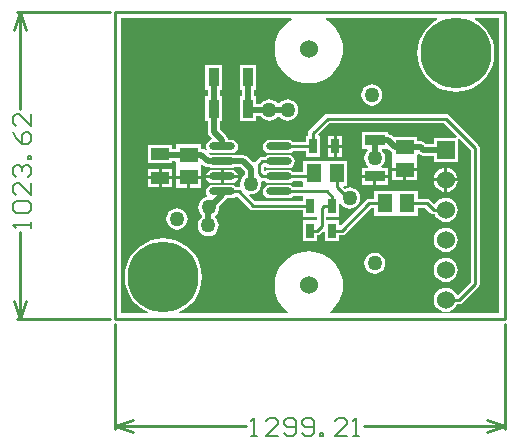
<source format=gbl>
G04*
G04 #@! TF.GenerationSoftware,Altium Limited,CircuitStudio,1.5.2 (1.5.2.30)*
G04*
G04 Layer_Physical_Order=2*
G04 Layer_Color=12500520*
%FSLAX44Y44*%
%MOMM*%
G71*
G01*
G75*
%ADD11C,0.5000*%
%ADD12C,0.2540*%
%ADD13C,0.1524*%
%ADD14C,1.5240*%
%ADD15C,6.0000*%
%ADD16R,1.5240X1.5240*%
%ADD17C,1.2700*%
%ADD18O,2.2000X0.6000*%
%ADD19R,0.7000X1.3000*%
%ADD20R,0.9000X1.6000*%
%ADD21R,1.7020X0.9140*%
%ADD22R,1.6000X1.3000*%
%ADD23R,1.3000X1.6000*%
%ADD24R,1.5240X1.0000*%
G36*
X665000Y265000D02*
X620218D01*
X620147Y266081D01*
X620138Y266208D01*
X620136Y266250D01*
X621039Y266389D01*
X621063Y266392D01*
X621063D01*
X622652Y266602D01*
X625124Y267625D01*
X627246Y269254D01*
X628875Y271376D01*
X629388Y272615D01*
X631500D01*
X632987Y272911D01*
X634247Y273753D01*
X647747Y287253D01*
X648589Y288513D01*
X648885Y290000D01*
Y405000D01*
X648589Y406487D01*
X647747Y407747D01*
X622747Y432747D01*
X621487Y433589D01*
X620000Y433885D01*
X520000D01*
X518513Y433589D01*
X517253Y432747D01*
X504643Y420137D01*
X503801Y418877D01*
X503505Y417390D01*
Y415440D01*
X501350D01*
Y410285D01*
X490727D01*
X490654Y410394D01*
X488822Y411619D01*
X486660Y412048D01*
X470660D01*
X468498Y411619D01*
X466666Y410394D01*
X465441Y408562D01*
X465011Y406400D01*
X465441Y404238D01*
X466666Y402406D01*
X468498Y401181D01*
X470660Y400751D01*
X486660D01*
X488822Y401181D01*
X490654Y402406D01*
X490727Y402515D01*
X501350D01*
Y397360D01*
X513430D01*
Y415440D01*
X512730D01*
X512204Y416710D01*
X521609Y426115D01*
X618391D01*
X629576Y414930D01*
X629050Y413660D01*
X609840D01*
Y408639D01*
X603129D01*
X602393Y409374D01*
X600726Y410488D01*
X598760Y410879D01*
X596010D01*
Y414780D01*
X575487D01*
X575174Y415094D01*
X573507Y416208D01*
X571540Y416599D01*
X571120D01*
Y418570D01*
X549020D01*
Y404350D01*
X553541D01*
X553972Y403080D01*
X553660Y402840D01*
X552235Y400983D01*
X551339Y398821D01*
X551033Y396500D01*
X551339Y394179D01*
X552235Y392017D01*
X553660Y390160D01*
X554650Y389400D01*
X554218Y388130D01*
X549020D01*
Y382290D01*
X560070D01*
X571120D01*
Y388130D01*
X565782D01*
X565350Y389400D01*
X566340Y390160D01*
X567765Y392017D01*
X568661Y394179D01*
X568967Y396500D01*
X568661Y398821D01*
X567765Y400983D01*
X566340Y402840D01*
X566028Y403080D01*
X566459Y404350D01*
X571120D01*
X571120Y404350D01*
Y404350D01*
X572073Y403660D01*
X573626Y402107D01*
X574930Y401235D01*
Y397050D01*
X574930Y396700D01*
Y396240D01*
Y395780D01*
X574930Y395430D01*
Y388010D01*
X585470D01*
X596010D01*
Y395430D01*
X596010Y395780D01*
Y396240D01*
Y396700D01*
X596010Y397050D01*
Y399427D01*
X597280Y399953D01*
X597366Y399866D01*
X599034Y398752D01*
X601000Y398361D01*
X609840D01*
Y393340D01*
X630160D01*
Y412550D01*
X631430Y413076D01*
X641115Y403391D01*
Y291609D01*
X630507Y281001D01*
X629009Y281299D01*
X628875Y281624D01*
X627246Y283746D01*
X625124Y285375D01*
X622652Y286399D01*
X620000Y286748D01*
X617348Y286399D01*
X614876Y285375D01*
X612754Y283746D01*
X611125Y281624D01*
X610102Y279152D01*
X609752Y276500D01*
X610102Y273848D01*
X611125Y271376D01*
X612754Y269254D01*
X614876Y267625D01*
X617348Y266602D01*
X618937Y266392D01*
X618937D01*
X618961Y266389D01*
X619864Y266250D01*
X619862Y266208D01*
X619853Y266081D01*
X619782Y265000D01*
X522643D01*
X522174Y266270D01*
X524625Y268363D01*
X527570Y271811D01*
X529939Y275678D01*
X531675Y279867D01*
X532733Y284277D01*
X533089Y288798D01*
X532733Y293319D01*
X531675Y297728D01*
X529939Y301918D01*
X527570Y305784D01*
X524625Y309232D01*
X521176Y312178D01*
X517310Y314547D01*
X513120Y316282D01*
X508711Y317341D01*
X504190Y317697D01*
X499669Y317341D01*
X495260Y316282D01*
X491070Y314547D01*
X487203Y312178D01*
X483755Y309232D01*
X480810Y305784D01*
X478441Y301918D01*
X476705Y297728D01*
X475647Y293319D01*
X475291Y288798D01*
X475647Y284277D01*
X476705Y279867D01*
X478441Y275678D01*
X480810Y271811D01*
X483755Y268363D01*
X486206Y266270D01*
X485737Y265000D01*
X394663D01*
X394415Y266246D01*
X395818Y266827D01*
X400186Y269503D01*
X404080Y272830D01*
X407407Y276724D01*
X410083Y281091D01*
X412043Y285823D01*
X413239Y290804D01*
X413641Y295910D01*
X413239Y301016D01*
X412043Y305996D01*
X410083Y310728D01*
X407407Y315096D01*
X404080Y318990D01*
X400186Y322317D01*
X395818Y324993D01*
X391087Y326953D01*
X386106Y328149D01*
X381000Y328551D01*
X375894Y328149D01*
X370914Y326953D01*
X366181Y324993D01*
X361814Y322317D01*
X357920Y318990D01*
X354593Y315096D01*
X351917Y310728D01*
X349957Y305996D01*
X348761Y301016D01*
X348359Y295910D01*
X348761Y290804D01*
X349957Y285823D01*
X351917Y281091D01*
X354593Y276724D01*
X357920Y272830D01*
X361814Y269503D01*
X366181Y266827D01*
X367585Y266246D01*
X367337Y265000D01*
X345000D01*
Y515000D01*
X489379D01*
X489737Y513730D01*
X487203Y512178D01*
X483755Y509232D01*
X480810Y505784D01*
X478441Y501918D01*
X476705Y497728D01*
X475647Y493318D01*
X475291Y488798D01*
X475647Y484277D01*
X476705Y479867D01*
X478441Y475678D01*
X480810Y471811D01*
X483755Y468363D01*
X487203Y465418D01*
X491070Y463048D01*
X495260Y461313D01*
X499669Y460254D01*
X504190Y459899D01*
X508711Y460254D01*
X513120Y461313D01*
X517310Y463048D01*
X521176Y465418D01*
X524625Y468363D01*
X527570Y471811D01*
X529939Y475678D01*
X531675Y479867D01*
X532733Y484277D01*
X533089Y488798D01*
X532733Y493318D01*
X531675Y497728D01*
X529939Y501918D01*
X527570Y505784D01*
X524625Y509232D01*
X521176Y512178D01*
X518643Y513730D01*
X519001Y515000D01*
X612379D01*
X612737Y513730D01*
X609464Y511725D01*
X605570Y508398D01*
X602243Y504503D01*
X599567Y500136D01*
X597607Y495404D01*
X596411Y490424D01*
X596009Y485318D01*
X596411Y480211D01*
X597607Y475231D01*
X599567Y470499D01*
X602243Y466132D01*
X605570Y462237D01*
X609464Y458911D01*
X613831Y456235D01*
X618563Y454275D01*
X623544Y453079D01*
X628650Y452677D01*
X633756Y453079D01*
X638736Y454275D01*
X643468Y456235D01*
X647836Y458911D01*
X651730Y462237D01*
X655057Y466132D01*
X657733Y470499D01*
X659693Y475231D01*
X660889Y480211D01*
X661291Y485318D01*
X660889Y490424D01*
X659693Y495404D01*
X657733Y500136D01*
X655057Y504503D01*
X651730Y508398D01*
X647836Y511725D01*
X644563Y513730D01*
X644921Y515000D01*
X665000D01*
Y265000D01*
D02*
G37*
%LPC*%
G36*
X388620Y378460D02*
X379730D01*
Y372190D01*
X388620D01*
Y378460D01*
D02*
G37*
G36*
X377190D02*
X368300D01*
Y372190D01*
X377190D01*
Y378460D01*
D02*
G37*
G36*
X413130Y379120D02*
X403860D01*
Y371350D01*
X413130D01*
Y379120D01*
D02*
G37*
G36*
X558800Y379750D02*
X549020D01*
Y373910D01*
X558800D01*
Y379750D01*
D02*
G37*
G36*
X444056Y379730D02*
X431930D01*
Y375351D01*
X438660D01*
X440822Y375781D01*
X442654Y377006D01*
X443879Y378838D01*
X444056Y379730D01*
D02*
G37*
G36*
X429390D02*
X417264D01*
X417441Y378838D01*
X418666Y377006D01*
X420498Y375781D01*
X422660Y375351D01*
X429390D01*
Y379730D01*
D02*
G37*
G36*
X571120Y379750D02*
X561340D01*
Y373910D01*
X571120D01*
Y379750D01*
D02*
G37*
G36*
X620000Y337548D02*
X617348Y337198D01*
X614876Y336175D01*
X612754Y334546D01*
X611125Y332424D01*
X610102Y329952D01*
X609752Y327300D01*
X610102Y324648D01*
X611125Y322176D01*
X612754Y320054D01*
X614876Y318425D01*
X617348Y317402D01*
X620000Y317052D01*
X622652Y317402D01*
X625124Y318425D01*
X627246Y320054D01*
X628875Y322176D01*
X629898Y324648D01*
X630248Y327300D01*
X629898Y329952D01*
X628875Y332424D01*
X627246Y334546D01*
X625124Y336175D01*
X622652Y337198D01*
X620000Y337548D01*
D02*
G37*
G36*
X560000Y316467D02*
X557679Y316161D01*
X555517Y315265D01*
X553660Y313840D01*
X552235Y311983D01*
X551339Y309821D01*
X551033Y307500D01*
X551339Y305179D01*
X552235Y303017D01*
X553660Y301160D01*
X555517Y299735D01*
X557679Y298839D01*
X560000Y298533D01*
X562321Y298839D01*
X564483Y299735D01*
X566340Y301160D01*
X567765Y303017D01*
X568661Y305179D01*
X568967Y307500D01*
X568661Y309821D01*
X567765Y311983D01*
X566340Y313840D01*
X564483Y315265D01*
X562321Y316161D01*
X560000Y316467D01*
D02*
G37*
G36*
X620000Y312148D02*
X617348Y311798D01*
X614876Y310775D01*
X612754Y309146D01*
X611125Y307024D01*
X610102Y304552D01*
X609752Y301900D01*
X610102Y299248D01*
X611125Y296776D01*
X612754Y294654D01*
X614876Y293025D01*
X617348Y292001D01*
X620000Y291652D01*
X622652Y292001D01*
X625124Y293025D01*
X627246Y294654D01*
X628875Y296776D01*
X629898Y299248D01*
X630248Y301900D01*
X629898Y304552D01*
X628875Y307024D01*
X627246Y309146D01*
X625124Y310775D01*
X622652Y311798D01*
X620000Y312148D01*
D02*
G37*
G36*
X392500Y353967D02*
X390179Y353661D01*
X388017Y352765D01*
X386160Y351340D01*
X384735Y349483D01*
X383839Y347321D01*
X383533Y345000D01*
X383839Y342679D01*
X384735Y340517D01*
X386160Y338660D01*
X388017Y337235D01*
X390179Y336339D01*
X392500Y336033D01*
X394821Y336339D01*
X396983Y337235D01*
X398840Y338660D01*
X400265Y340517D01*
X401161Y342679D01*
X401467Y345000D01*
X401161Y347321D01*
X400265Y349483D01*
X398840Y351340D01*
X396983Y352765D01*
X394821Y353661D01*
X392500Y353967D01*
D02*
G37*
G36*
X401320Y379120D02*
X392050D01*
Y371350D01*
X401320D01*
Y379120D01*
D02*
G37*
G36*
X618730Y376830D02*
X609920D01*
X610102Y375448D01*
X611125Y372976D01*
X612754Y370854D01*
X614876Y369225D01*
X617348Y368201D01*
X618730Y368019D01*
Y376830D01*
D02*
G37*
G36*
X630080D02*
X621270D01*
Y368019D01*
X622652Y368201D01*
X625124Y369225D01*
X627246Y370854D01*
X628875Y372976D01*
X629898Y375448D01*
X630080Y376830D01*
D02*
G37*
G36*
X584200Y385470D02*
X574930D01*
Y377700D01*
X584200D01*
Y385470D01*
D02*
G37*
G36*
X430690Y475360D02*
X416610D01*
Y454280D01*
X418511D01*
Y448690D01*
X416610D01*
Y427610D01*
X418511D01*
Y418850D01*
X418902Y416884D01*
X420016Y415216D01*
X422017Y413216D01*
X421599Y411838D01*
X420498Y411619D01*
X418666Y410394D01*
X417441Y408562D01*
X417011Y406400D01*
X417441Y404238D01*
X417676Y403887D01*
X416744Y403024D01*
X415076Y404138D01*
X413130Y404525D01*
Y408430D01*
X392050D01*
Y404529D01*
X388620D01*
Y407590D01*
X368300D01*
Y392510D01*
X388620D01*
Y394251D01*
X391152D01*
X392050Y393353D01*
Y390700D01*
X392050Y390350D01*
Y389890D01*
Y389430D01*
X392050Y389080D01*
Y381660D01*
X402590D01*
Y380390D01*
D01*
Y381660D01*
X413130D01*
Y389080D01*
X413130Y389430D01*
Y389890D01*
Y390350D01*
Y390443D01*
X414303Y390929D01*
X415166Y390066D01*
X416833Y388952D01*
X418800Y388561D01*
X420379D01*
X420498Y388481D01*
X422660Y388051D01*
X438660D01*
X440822Y388481D01*
X440941Y388561D01*
X446671D01*
X449861Y385372D01*
Y382262D01*
X448660Y381340D01*
X447235Y379483D01*
X446339Y377321D01*
X446033Y375000D01*
X446268Y373217D01*
X445431Y372251D01*
X445189Y372137D01*
X444950Y372185D01*
X442727D01*
X442654Y372294D01*
X440822Y373519D01*
X438660Y373949D01*
X422660D01*
X420498Y373519D01*
X418666Y372294D01*
X417441Y370462D01*
X417011Y368300D01*
X417441Y366138D01*
X418308Y364841D01*
X417775Y363490D01*
X417179Y363411D01*
X415017Y362515D01*
X413160Y361090D01*
X411735Y359233D01*
X410839Y357071D01*
X410533Y354750D01*
X410839Y352429D01*
X411735Y350267D01*
X413160Y348410D01*
X413759Y347950D01*
Y346684D01*
X412660Y345840D01*
X411235Y343983D01*
X410339Y341821D01*
X410033Y339500D01*
X410339Y337179D01*
X411235Y335017D01*
X412660Y333160D01*
X414517Y331735D01*
X416679Y330839D01*
X419000Y330533D01*
X421321Y330839D01*
X423483Y331735D01*
X425340Y333160D01*
X426765Y335017D01*
X427661Y337179D01*
X427967Y339500D01*
X427661Y341821D01*
X426765Y343983D01*
X425340Y345840D01*
X424959Y346133D01*
Y347734D01*
X425840Y348410D01*
X427265Y350267D01*
X428161Y352429D01*
X428467Y354750D01*
X428356Y355589D01*
X434294Y361526D01*
X435045Y362651D01*
X438660D01*
X440822Y363081D01*
X442654Y364306D01*
X443827Y363929D01*
X454253Y353503D01*
X455513Y352661D01*
X457000Y352365D01*
X498960D01*
Y346960D01*
X511040D01*
X511115Y345721D01*
Y345327D01*
X510890Y344150D01*
X498810D01*
Y326070D01*
X510890D01*
Y331225D01*
X511360D01*
X512847Y331521D01*
X514107Y332363D01*
X516540Y334796D01*
X517810Y334270D01*
Y326070D01*
X529890D01*
Y331225D01*
X532110D01*
X533597Y331521D01*
X534857Y332363D01*
X556749Y354255D01*
X559310D01*
Y347600D01*
X577040D01*
X577390Y347600D01*
X577850D01*
X578310D01*
X578660Y347600D01*
X596390D01*
Y354255D01*
X602751D01*
X607053Y349953D01*
X608313Y349111D01*
X609800Y348815D01*
X610612D01*
X611125Y347576D01*
X612754Y345454D01*
X614876Y343825D01*
X617348Y342802D01*
X620000Y342452D01*
X622652Y342802D01*
X625124Y343825D01*
X627246Y345454D01*
X628875Y347576D01*
X629898Y350048D01*
X630248Y352700D01*
X629898Y355352D01*
X628875Y357824D01*
X627246Y359946D01*
X625124Y361575D01*
X622652Y362598D01*
X620000Y362948D01*
X617348Y362598D01*
X614876Y361575D01*
X612754Y359946D01*
X611490Y358299D01*
X609965Y358028D01*
X607107Y360887D01*
X605847Y361729D01*
X604360Y362025D01*
X596390D01*
Y368680D01*
X578660D01*
X578310Y368680D01*
X577850D01*
X577390D01*
X577040Y368680D01*
X559310D01*
Y362025D01*
X555140D01*
X553653Y361729D01*
X552393Y360887D01*
X531160Y339654D01*
X529890Y340180D01*
Y344150D01*
X518885D01*
Y346960D01*
X530040D01*
Y357411D01*
X531310Y357843D01*
X532410Y356410D01*
X534267Y354985D01*
X536429Y354089D01*
X538750Y353783D01*
X541071Y354089D01*
X543233Y354985D01*
X545090Y356410D01*
X546515Y358267D01*
X547411Y360429D01*
X547717Y362750D01*
X547411Y365071D01*
X546515Y367233D01*
X545090Y369090D01*
X543233Y370515D01*
X541071Y371411D01*
X538750Y371717D01*
X536429Y371411D01*
X534593Y370651D01*
X533417Y371827D01*
X533903Y373000D01*
X536700D01*
Y394080D01*
X518620D01*
Y394080D01*
X517700D01*
Y394080D01*
X499620D01*
Y384885D01*
X490727D01*
X490654Y384994D01*
X488822Y386219D01*
X486660Y386648D01*
X470660D01*
X468498Y386219D01*
X467155Y385321D01*
X465885Y385937D01*
Y388763D01*
X467155Y389379D01*
X468498Y388481D01*
X470660Y388051D01*
X486660D01*
X488822Y388481D01*
X490654Y389706D01*
X491879Y391538D01*
X492309Y393700D01*
X491879Y395862D01*
X490654Y397694D01*
X488822Y398919D01*
X486660Y399348D01*
X470660D01*
X468498Y398919D01*
X466666Y397694D01*
X466593Y397585D01*
X464700D01*
X463213Y397289D01*
X461953Y396447D01*
X459253Y393747D01*
X458678Y392886D01*
X457226Y392542D01*
X452434Y397334D01*
X450766Y398448D01*
X448800Y398839D01*
X440941D01*
X440822Y398919D01*
X438660Y399348D01*
X422660D01*
X420791Y398977D01*
X419338Y400430D01*
X420147Y401416D01*
X420498Y401181D01*
X422660Y400751D01*
X438660D01*
X440822Y401181D01*
X442654Y402406D01*
X443879Y404238D01*
X444309Y406400D01*
X443879Y408562D01*
X442654Y410394D01*
X440822Y411619D01*
X438660Y412048D01*
X435757D01*
X435408Y413806D01*
X434294Y415474D01*
X428789Y420979D01*
Y427610D01*
X430690D01*
Y448690D01*
X428789D01*
Y454280D01*
X430690D01*
Y475360D01*
D02*
G37*
G36*
X532430Y405130D02*
X527660D01*
Y397360D01*
X532430D01*
Y405130D01*
D02*
G37*
G36*
X525120D02*
X520350D01*
Y397360D01*
X525120D01*
Y405130D01*
D02*
G37*
G36*
Y415440D02*
X520350D01*
Y407670D01*
X525120D01*
Y415440D01*
D02*
G37*
G36*
X557500Y458967D02*
X555179Y458661D01*
X553017Y457765D01*
X551160Y456340D01*
X549735Y454483D01*
X548839Y452321D01*
X548533Y450000D01*
X548839Y447679D01*
X549735Y445517D01*
X551160Y443660D01*
X553017Y442235D01*
X555179Y441339D01*
X557500Y441033D01*
X559821Y441339D01*
X561983Y442235D01*
X563840Y443660D01*
X565265Y445517D01*
X566161Y447679D01*
X566467Y450000D01*
X566161Y452321D01*
X565265Y454483D01*
X563840Y456340D01*
X561983Y457765D01*
X559821Y458661D01*
X557500Y458967D01*
D02*
G37*
G36*
X459690Y475360D02*
X445610D01*
Y454280D01*
X447511D01*
Y448690D01*
X445610D01*
Y427610D01*
X459690D01*
Y432111D01*
X463488D01*
X464410Y430910D01*
X466267Y429485D01*
X468429Y428589D01*
X470750Y428283D01*
X473071Y428589D01*
X475233Y429485D01*
X477090Y430910D01*
X477835Y431880D01*
X479165D01*
X479910Y430910D01*
X481767Y429485D01*
X483929Y428589D01*
X486250Y428283D01*
X488571Y428589D01*
X490733Y429485D01*
X492590Y430910D01*
X494015Y432767D01*
X494911Y434929D01*
X495217Y437250D01*
X494911Y439571D01*
X494015Y441733D01*
X492590Y443590D01*
X490733Y445015D01*
X488571Y445911D01*
X486250Y446217D01*
X483929Y445911D01*
X481767Y445015D01*
X479910Y443590D01*
X479165Y442620D01*
X477835D01*
X477090Y443590D01*
X475233Y445015D01*
X473071Y445911D01*
X470750Y446217D01*
X468429Y445911D01*
X466267Y445015D01*
X464410Y443590D01*
X463488Y442389D01*
X459690D01*
Y448690D01*
X457789D01*
Y454280D01*
X459690D01*
Y475360D01*
D02*
G37*
G36*
X532430Y415440D02*
X527660D01*
Y407670D01*
X532430D01*
Y415440D01*
D02*
G37*
G36*
X438660Y386648D02*
X431930D01*
Y382270D01*
X444056D01*
X443879Y383162D01*
X442654Y384994D01*
X440822Y386219D01*
X438660Y386648D01*
D02*
G37*
G36*
X621270Y388181D02*
Y379370D01*
X630080D01*
X629898Y380752D01*
X628875Y383224D01*
X627246Y385346D01*
X625124Y386975D01*
X622652Y387999D01*
X621270Y388181D01*
D02*
G37*
G36*
X618730Y388181D02*
X617348Y387999D01*
X614876Y386975D01*
X612754Y385346D01*
X611125Y383224D01*
X610102Y380752D01*
X609920Y379370D01*
X618730D01*
Y388181D01*
D02*
G37*
G36*
X596010Y385470D02*
X586740D01*
Y377700D01*
X596010D01*
Y385470D01*
D02*
G37*
G36*
X429390Y386648D02*
X422660D01*
X420498Y386219D01*
X418666Y384994D01*
X417441Y383162D01*
X417264Y382270D01*
X429390D01*
Y386648D01*
D02*
G37*
G36*
X388620Y387270D02*
X379730D01*
Y381000D01*
X388620D01*
Y387270D01*
D02*
G37*
G36*
X377190D02*
X368300D01*
Y381000D01*
X377190D01*
Y387270D01*
D02*
G37*
%LPD*%
G36*
X499620Y376217D02*
Y373000D01*
X498688Y372185D01*
X490727D01*
X490654Y372294D01*
X488822Y373519D01*
X486660Y373949D01*
X470660D01*
X468498Y373519D01*
X466666Y372294D01*
X465441Y370462D01*
X465011Y368300D01*
X465441Y366138D01*
X466666Y364306D01*
X468498Y363081D01*
X470660Y362651D01*
X486660D01*
X488822Y363081D01*
X490654Y364306D01*
X490727Y364415D01*
X498960D01*
Y360135D01*
X458609D01*
X453838Y364905D01*
X454432Y366108D01*
X455000Y366033D01*
X457321Y366339D01*
X459483Y367235D01*
X461340Y368660D01*
X462765Y370517D01*
X463661Y372679D01*
X463967Y375000D01*
X463811Y376181D01*
X464969Y377115D01*
X466593D01*
X466666Y377006D01*
X468498Y375781D01*
X470660Y375351D01*
X486660D01*
X488822Y375781D01*
X490654Y377006D01*
X490727Y377115D01*
X498722D01*
X499620Y376217D01*
D02*
G37*
D11*
X455000Y375000D02*
Y387500D01*
X448800Y393700D02*
X455000Y387500D01*
X430660Y393700D02*
X448800D01*
X402590Y399390D02*
X413110D01*
X380610D02*
X402590D01*
X413110D02*
X418800Y393700D01*
X430660D01*
X601000Y403500D02*
X620000D01*
X598760Y405740D02*
X601000Y403500D01*
X585470Y405740D02*
X598760D01*
X577260D02*
X585470D01*
X571540Y411460D02*
X577260Y405740D01*
X560070Y411460D02*
X571540D01*
X560070Y398070D02*
Y411460D01*
X560000Y398000D02*
X560070Y398070D01*
X560000Y396500D02*
Y398000D01*
X430660Y406400D02*
Y411840D01*
X423650Y418850D02*
X430660Y411840D01*
X423650Y418850D02*
Y438150D01*
Y464820D01*
X452650Y438150D02*
Y464820D01*
X419000Y339500D02*
Y353500D01*
X430660Y365160D01*
Y368300D01*
X452650Y438150D02*
X453550Y437250D01*
X486250D01*
D12*
X462000Y391000D02*
X464700Y393700D01*
X462000Y383621D02*
Y391000D01*
X444950Y368300D02*
X457000Y356250D01*
X430660Y368300D02*
X444950D01*
X457000Y356250D02*
X504750D01*
X462000Y383621D02*
X464621Y381000D01*
X478660D01*
X609800Y352700D02*
X620000D01*
X604360Y358140D02*
X609800Y352700D01*
X587350Y358140D02*
X604360D01*
X478660Y368300D02*
X519200D01*
X478660Y381000D02*
X506120D01*
X508660Y383540D01*
X478660Y406400D02*
X507390D01*
X504750Y356250D02*
X505000Y356000D01*
X519200Y368300D02*
X524000Y363500D01*
Y356000D02*
Y363500D01*
X523850Y335110D02*
X532110D01*
X555140Y358140D01*
X568350D01*
X516750Y356000D02*
X524000D01*
X515000Y354250D02*
X516750Y356000D01*
X515000Y338750D02*
Y354250D01*
X511360Y335110D02*
X515000Y338750D01*
X504850Y335110D02*
X511360D01*
X527660Y372090D02*
Y383540D01*
Y372090D02*
X537000Y362750D01*
Y361000D02*
X538750Y362750D01*
X537000Y361000D02*
Y362750D01*
X464700Y393700D02*
X478660D01*
X620000Y276500D02*
X631500D01*
X645000Y290000D01*
Y405000D01*
X620000Y430000D02*
X645000Y405000D01*
X520000Y430000D02*
X620000D01*
X507390Y417390D02*
X520000Y430000D01*
X507390Y406400D02*
Y417390D01*
X670000Y167460D02*
Y256190D01*
X340000Y167460D02*
Y256190D01*
X550705Y170000D02*
X670000D01*
X340000D02*
X451167D01*
X654760Y175080D02*
X670000Y170000D01*
X654760Y164920D02*
X670000Y170000D01*
X340000D02*
X355240Y164920D01*
X340000Y170000D02*
X355240Y175080D01*
X257460Y260000D02*
X336190D01*
X257460Y520000D02*
X336190D01*
X260000Y260000D02*
Y333628D01*
Y438244D02*
Y520000D01*
Y260000D02*
X265080Y275240D01*
X254920D02*
X260000Y260000D01*
X254920Y504760D02*
X260000Y520000D01*
X265080Y504760D01*
X340000Y260000D02*
Y520000D01*
X670000D01*
Y260000D02*
Y520000D01*
X340000Y260000D02*
X670000D01*
D13*
X455231Y160858D02*
X460309D01*
X457770D01*
Y176094D01*
X455231Y173554D01*
X478083Y160858D02*
X467927D01*
X478083Y171015D01*
Y173554D01*
X475544Y176094D01*
X470466D01*
X467927Y173554D01*
X483162Y163398D02*
X485701Y160858D01*
X490779D01*
X493318Y163398D01*
Y173554D01*
X490779Y176094D01*
X485701D01*
X483162Y173554D01*
Y171015D01*
X485701Y168476D01*
X493318D01*
X498397Y163398D02*
X500936Y160858D01*
X506014D01*
X508554Y163398D01*
Y173554D01*
X506014Y176094D01*
X500936D01*
X498397Y173554D01*
Y171015D01*
X500936Y168476D01*
X508554D01*
X513632Y160858D02*
Y163398D01*
X516171D01*
Y160858D01*
X513632D01*
X536484D02*
X526328D01*
X536484Y171015D01*
Y173554D01*
X533945Y176094D01*
X528867D01*
X526328Y173554D01*
X541563Y160858D02*
X546641D01*
X544102D01*
Y176094D01*
X541563Y173554D01*
X269142Y337692D02*
Y342770D01*
Y340231D01*
X253906D01*
X256446Y337692D01*
Y350387D02*
X253906Y352927D01*
Y358005D01*
X256446Y360544D01*
X266602D01*
X269142Y358005D01*
Y352927D01*
X266602Y350387D01*
X256446D01*
X269142Y375779D02*
Y365623D01*
X258985Y375779D01*
X256446D01*
X253906Y373240D01*
Y368162D01*
X256446Y365623D01*
Y380858D02*
X253906Y383397D01*
Y388475D01*
X256446Y391014D01*
X258985D01*
X261524Y388475D01*
Y385936D01*
Y388475D01*
X264063Y391014D01*
X266602D01*
X269142Y388475D01*
Y383397D01*
X266602Y380858D01*
X269142Y396093D02*
X266602D01*
Y398632D01*
X269142D01*
Y396093D01*
X253906Y418945D02*
X256446Y413867D01*
X261524Y408789D01*
X266602D01*
X269142Y411328D01*
Y416406D01*
X266602Y418945D01*
X264063D01*
X261524Y416406D01*
Y408789D01*
X269142Y434180D02*
Y424024D01*
X258985Y434180D01*
X256446D01*
X253906Y431641D01*
Y426563D01*
X256446Y424024D01*
D14*
X504190Y288798D02*
D03*
Y488798D02*
D03*
X620000Y276500D02*
D03*
Y301900D02*
D03*
Y327300D02*
D03*
Y352700D02*
D03*
Y378100D02*
D03*
D15*
X381000Y295910D02*
D03*
X628650Y485318D02*
D03*
D16*
X620000Y403500D02*
D03*
D17*
X557500Y450000D02*
D03*
X560000Y307500D02*
D03*
X392500Y345000D02*
D03*
X455000Y375000D02*
D03*
X419000Y339500D02*
D03*
X560000Y396500D02*
D03*
X538750Y362750D02*
D03*
X419500Y354750D02*
D03*
X486250Y437250D02*
D03*
X470750D02*
D03*
D18*
X430660Y368300D02*
D03*
Y381000D02*
D03*
Y393700D02*
D03*
Y406400D02*
D03*
X478660Y368300D02*
D03*
Y381000D02*
D03*
Y393700D02*
D03*
Y406400D02*
D03*
D19*
X524000Y356000D02*
D03*
X505000D02*
D03*
X523850Y335110D02*
D03*
X504850D02*
D03*
X507390Y406400D02*
D03*
X526390D02*
D03*
D20*
X452650Y464820D02*
D03*
X423650D02*
D03*
X452650Y438150D02*
D03*
X423650D02*
D03*
D21*
X560070Y411460D02*
D03*
Y381020D02*
D03*
D22*
X585470Y405740D02*
D03*
Y386740D02*
D03*
X402590Y399390D02*
D03*
Y380390D02*
D03*
D23*
X568350Y358140D02*
D03*
X587350D02*
D03*
X527660Y383540D02*
D03*
X508660D02*
D03*
D24*
X378460Y400050D02*
D03*
Y379730D02*
D03*
M02*

</source>
